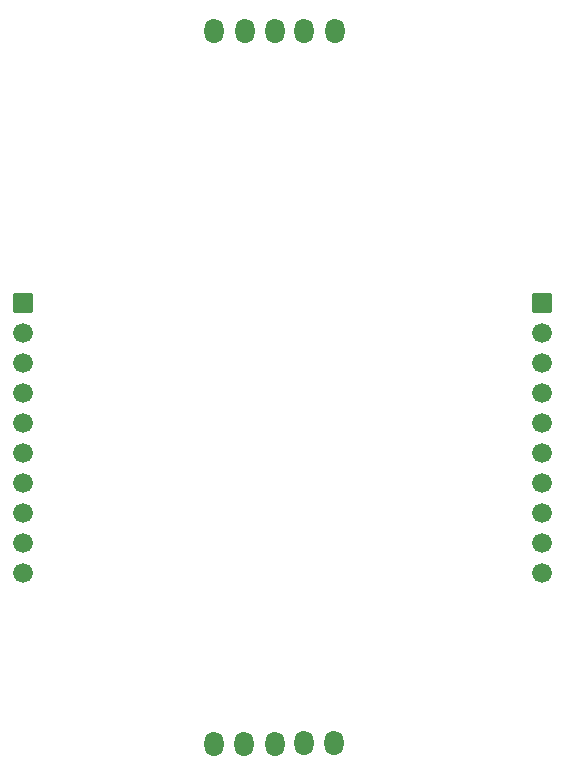
<source format=gbs>
G04 Layer: BottomSolderMaskLayer*
G04 EasyEDA v6.5.22, 2023-04-22 10:00:47*
G04 3ca0bc53c497470ea30742e0db75a0e9,0997c0c323a540828c61b468e30a80a1,10*
G04 Gerber Generator version 0.2*
G04 Scale: 100 percent, Rotated: No, Reflected: No *
G04 Dimensions in millimeters *
G04 leading zeros omitted , absolute positions ,4 integer and 5 decimal *
%FSLAX45Y45*%
%MOMM*%

%AMMACRO1*1,1,$1,$2,$3*1,1,$1,$4,$5*1,1,$1,0-$2,0-$3*1,1,$1,0-$4,0-$5*20,1,$1,$2,$3,$4,$5,0*20,1,$1,$4,$5,0-$2,0-$3,0*20,1,$1,0-$2,0-$3,0-$4,0-$5,0*20,1,$1,0-$4,0-$5,$2,$3,0*4,1,4,$2,$3,$4,$5,0-$2,0-$3,0-$4,0-$5,$2,$3,0*%
%ADD10C,1.6764*%
%ADD11MACRO1,0.1016X0.7874X0.7874X0.7874X-0.7874*%
%ADD12O,1.6256000000000002X2.1015960000000002*%

%LPD*%
D10*
G01*
X850900Y7632700D03*
G01*
X850900Y7886700D03*
G01*
X850900Y8140700D03*
G01*
X850900Y8394700D03*
G01*
X850900Y8648700D03*
G01*
X850900Y8902700D03*
G01*
X850900Y9156700D03*
G01*
X850900Y9410700D03*
G01*
X850900Y9664700D03*
D11*
G01*
X850900Y9918700D03*
D10*
G01*
X5245100Y7632700D03*
G01*
X5245100Y7886700D03*
G01*
X5245100Y8140700D03*
G01*
X5245100Y8394700D03*
G01*
X5245100Y8648700D03*
G01*
X5245100Y8902700D03*
G01*
X5245100Y9156700D03*
G01*
X5245100Y9410700D03*
G01*
X5245100Y9664700D03*
D11*
G01*
X5245100Y9918700D03*
D12*
G01*
X3487927Y12227813D03*
G01*
X3227831Y12228068D03*
G01*
X2977895Y12227813D03*
G01*
X2727959Y12227813D03*
G01*
X2468118Y12227813D03*
G01*
X3477768Y6198107D03*
G01*
X3227831Y6198107D03*
G01*
X2977895Y6188202D03*
G01*
X2718054Y6187947D03*
G01*
X2467863Y6188202D03*
M02*

</source>
